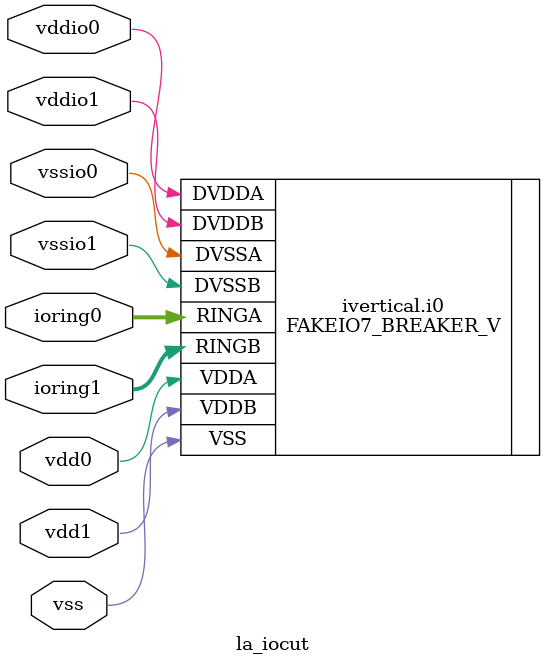
<source format=v>
/*****************************************************************************
 * Function: Supply Ring Cut IO Cell
 * Copyright: Lambda Project Authors. All rights Reserved.
 * License:  MIT (see LICENSE file in Lambda repository)
 *
 * Docs:
 *
 * ../README.md
 *
 ****************************************************************************/
(* keep_hierarchy *)
module la_iocut #(
    parameter PROP  = "DEFAULT",  // cell property
    parameter SIDE  = "NO",       // "NO", "SO", "EA", "WE"
    parameter RINGW = 8           // width of io ring
) (
    // ground never cut
    inout             vss,   // core ground
    // cut these
    inout             vdd0,   // core supply from section before
    inout             vdd1,   // core supply from next section
    inout             vddio0, // io supply from section before
    inout             vddio1, // io supply from next section
    inout             vssio0, // io ground from section before
    inout             vssio1, // io ground from next section
    inout [RINGW-1:0] ioring0,// generic ioring interface from section before
    inout [RINGW-1:0] ioring1 // generic ioring interface from next section

);

  generate
    if (SIDE == "NO" | SIDE == "SO") begin : ivertical
      FAKEIO7_BREAKER_V i0 (
          .DVDDA(vddio0),
          .DVDDB(vddio1),
          .DVSSA(vssio0),
          .DVSSB(vssio1),
          .VDDA (vdd0),
          .VDDB (vdd1),
          .VSS  (vss),
          .RINGA(ioring0),
          .RINGB(ioring1)
      );
    end // block: ivertical
      else
        begin: ihorizontal
      FAKEIO7_BREAKER_H i0 (
          .DVDDA(vddio1),
          .DVDDB(vddio0),
          .DVSSA(vssio1),
          .DVSSB(vssio0),
          .VDDA (vdd1),
          .VDDB (vdd0),
          .VSS  (vss),
          .RINGA(ioring1),
          .RINGB(ioring0)
      );
    end  // block: ivertical
  endgenerate
endmodule

</source>
